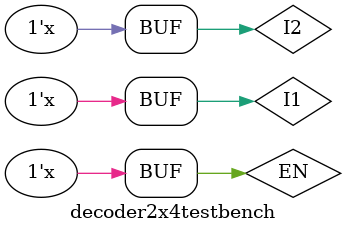
<source format=v>
`timescale 1ns / 1ps


module decoder2x4testbench;

	// Inputs
	reg EN;
	reg I1;
	reg I2;

	// Outputs
	wire m1;
	wire m2;
	wire m3;
	wire m4;

	// Instantiate the Unit Under Test (UUT)
	decoder2x4 uut (
		.EN(EN), 
		.I1(I1), 
		.I2(I2), 
		.m1(m1), 
		.m2(m2), 
		.m3(m3), 
		.m4(m4)
	);

	initial begin
		// Initialize Inputs
		EN = 0;
		I1 = 0;
		I2 = 0;

		// Wait 100 ns for global reset to finish
		#100;
        
		// Add stimulus here

	end
	always #1 I2=~I2;
	always #2 I1=~I1;
	always #4 EN=~EN;

      
endmodule


</source>
